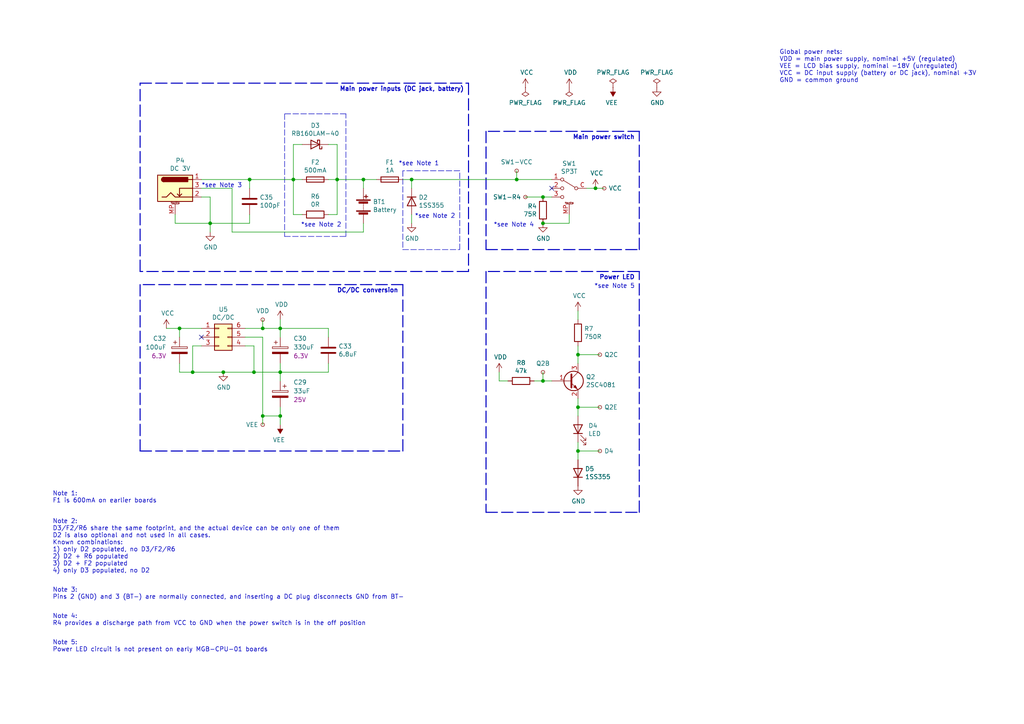
<source format=kicad_sch>
(kicad_sch (version 20211123) (generator eeschema)
  (paper "A4")
  (title_block (title "MGB-xCPU") (date "2022-01-02") (rev "C") (company "https://gekkio.fi") (comment 1 "https://github.com/gekkio/gb-schematics"))
  (lib_symbols
    (symbol "Connector:Barrel_Jack_Switch_MountingPin" (pin_names hide)
      (property "Reference" "J" (at 0 5.334 0))
      (property "Value" "Barrel_Jack_Switch_MountingPin" (at 1.27 -6.35 0))
      (symbol "Barrel_Jack_Switch_MountingPin_0_1"
        (rectangle (start -5.08 3.81) (end 5.08 -3.81) (stroke (width 0.254)) (fill (type background)))
        (arc (start -3.302 3.175) (mid -3.937 2.54) (end -3.302 1.905) (stroke (width 0.254)))
        (arc (start -3.302 3.175) (mid -3.937 2.54) (end -3.302 1.905) (stroke (width 0.254)) (fill (type outline)))
        (polyline (pts (xy 1.27 -2.286) (xy 1.905 -1.651)) (stroke (width 0.254)))
        (polyline (pts (xy 5.08 2.54) (xy 3.81 2.54)) (stroke (width 0.254)))
        (polyline (pts (xy 5.08 0) (xy 1.27 0) (xy 1.27 -2.286) (xy 0.635 -1.651)) (stroke (width 0.254)))
        (polyline (pts (xy -3.81 -2.54) (xy -2.54 -2.54) (xy -1.27 -1.27) (xy 0 -2.54) (xy 2.54 -2.54) (xy 5.08 -2.54)) (stroke (width 0.254)))
        (rectangle (start 3.683 3.175) (end -3.302 1.905) (stroke (width 0.254)) (fill (type outline)))
      )
      (symbol "Barrel_Jack_Switch_MountingPin_1_1"
        (polyline (pts (xy -1.016 -4.572) (xy 1.016 -4.572)) (stroke (width 0.1524)))
        (text "Mounting" (at 0 -4.191 0) (effects (font (size 0.381 0.381))))
        (pin passive line (at 7.62 2.54 180) (length 2.54) (name "~") (number "1"))
        (pin passive line (at 7.62 -2.54 180) (length 2.54) (name "~") (number "2"))
        (pin passive line (at 7.62 0 180) (length 2.54) (name "~") (number "3"))
        (pin passive line (at 0 -7.62 90) (length 3.048) (name "MountPin") (number "MP"))
      )
    )
    (symbol "Connector:TestPoint_Small" (pin_numbers hide) (pin_names (offset 0.762) hide)
      (property "Reference" "TP" (at 0 3.81 0))
      (property "Value" "TestPoint_Small" (at 0 2.032 0))
      (symbol "TestPoint_Small_0_1"
        (circle (center 0 0) (radius 0.508))
      )
      (symbol "TestPoint_Small_1_1"
        (pin passive line (at 0 0 90) (length 0) (name "1") (number "1"))
      )
    )
    (symbol "Connector_Generic:Conn_02x03_Counter_Clockwise" (pin_names (offset 1.016) hide)
      (property "Reference" "J" (at 1.27 5.08 0))
      (property "Value" "Conn_02x03_Counter_Clockwise" (at 1.27 -5.08 0))
      (symbol "Conn_02x03_Counter_Clockwise_1_1"
        (rectangle (start -1.27 -2.413) (end 0 -2.667) (stroke (width 0.1524)))
        (rectangle (start -1.27 0.127) (end 0 -0.127) (stroke (width 0.1524)))
        (rectangle (start -1.27 2.667) (end 0 2.413) (stroke (width 0.1524)))
        (rectangle (start -1.27 3.81) (end 3.81 -3.81) (stroke (width 0.254)) (fill (type background)))
        (rectangle (start 3.81 -2.413) (end 2.54 -2.667) (stroke (width 0.1524)))
        (rectangle (start 3.81 0.127) (end 2.54 -0.127) (stroke (width 0.1524)))
        (rectangle (start 3.81 2.667) (end 2.54 2.413) (stroke (width 0.1524)))
        (pin passive line (at -5.08 2.54 0) (length 3.81) (name "Pin_1") (number "1"))
        (pin passive line (at -5.08 0 0) (length 3.81) (name "Pin_2") (number "2"))
        (pin passive line (at -5.08 -2.54 0) (length 3.81) (name "Pin_3") (number "3"))
        (pin passive line (at 7.62 -2.54 180) (length 3.81) (name "Pin_4") (number "4"))
        (pin passive line (at 7.62 0 180) (length 3.81) (name "Pin_5") (number "5"))
        (pin passive line (at 7.62 2.54 180) (length 3.81) (name "Pin_6") (number "6"))
      )
    )
    (symbol "Device:Battery" (pin_numbers hide) (pin_names (offset 0) hide)
      (property "Reference" "BT" (at 2.54 2.54 0))
      (property "Value" "Battery" (at 2.54 0 0))
      (symbol "Battery_0_1"
        (rectangle (start -2.032 -1.397) (end 2.032 -1.651) (fill (type outline)))
        (rectangle (start -2.032 1.778) (end 2.032 1.524) (fill (type outline)))
        (rectangle (start -1.3208 -1.9812) (end 1.27 -2.4892) (fill (type outline)))
        (rectangle (start -1.3208 1.1938) (end 1.27 0.6858) (fill (type outline)))
        (polyline (pts (xy 0 -1.524) (xy 0 -1.27)))
        (polyline (pts (xy 0 -1.016) (xy 0 -0.762)))
        (polyline (pts (xy 0 -0.508) (xy 0 -0.254)))
        (polyline (pts (xy 0 0) (xy 0 0.254)))
        (polyline (pts (xy 0 0.508) (xy 0 0.762)))
        (polyline (pts (xy 0 1.778) (xy 0 2.54)))
        (polyline (pts (xy 0.254 2.667) (xy 1.27 2.667)) (stroke (width 0.254)))
        (polyline (pts (xy 0.762 3.175) (xy 0.762 2.159)) (stroke (width 0.254)))
      )
      (symbol "Battery_1_1"
        (pin passive line (at 0 5.08 270) (length 2.54) (name "+") (number "1"))
        (pin passive line (at 0 -5.08 90) (length 2.54) (name "-") (number "2"))
      )
    )
    (symbol "Device:C" (pin_numbers hide) (pin_names (offset 0.254))
      (property "Reference" "C" (at 0.635 2.54 0))
      (property "Value" "C" (at 0.635 -2.54 0))
      (symbol "C_0_1"
        (polyline (pts (xy -2.032 -0.762) (xy 2.032 -0.762)) (stroke (width 0.508)))
        (polyline (pts (xy -2.032 0.762) (xy 2.032 0.762)) (stroke (width 0.508)))
      )
      (symbol "C_1_1"
        (pin passive line (at 0 3.81 270) (length 2.794) (name "~") (number "1"))
        (pin passive line (at 0 -3.81 90) (length 2.794) (name "~") (number "2"))
      )
    )
    (symbol "Device:C_Polarized" (pin_numbers hide) (pin_names (offset 0.254))
      (property "Reference" "C" (at 0.635 2.54 0))
      (property "Value" "C_Polarized" (at 0.635 -2.54 0))
      (symbol "C_Polarized_0_1"
        (rectangle (start -2.286 0.508) (end 2.286 1.016))
        (polyline (pts (xy -1.778 2.286) (xy -0.762 2.286)))
        (polyline (pts (xy -1.27 2.794) (xy -1.27 1.778)))
        (rectangle (start 2.286 -0.508) (end -2.286 -1.016) (fill (type outline)))
      )
      (symbol "C_Polarized_1_1"
        (pin passive line (at 0 3.81 270) (length 2.794) (name "~") (number "1"))
        (pin passive line (at 0 -3.81 90) (length 2.794) (name "~") (number "2"))
      )
    )
    (symbol "Device:D" (pin_numbers hide) (pin_names (offset 1.016) hide)
      (property "Reference" "D" (at 0 2.54 0))
      (property "Value" "D" (at 0 -2.54 0))
      (symbol "D_0_1"
        (polyline (pts (xy -1.27 1.27) (xy -1.27 -1.27)) (stroke (width 0.254)))
        (polyline (pts (xy 1.27 0) (xy -1.27 0)))
        (polyline (pts (xy 1.27 1.27) (xy 1.27 -1.27) (xy -1.27 0) (xy 1.27 1.27)) (stroke (width 0.254)))
      )
      (symbol "D_1_1"
        (pin passive line (at -3.81 0 0) (length 2.54) (name "K") (number "1"))
        (pin passive line (at 3.81 0 180) (length 2.54) (name "A") (number "2"))
      )
    )
    (symbol "Device:D_Schottky" (pin_numbers hide) (pin_names (offset 1.016) hide)
      (property "Reference" "D" (at 0 2.54 0))
      (property "Value" "D_Schottky" (at 0 -2.54 0))
      (symbol "D_Schottky_0_1"
        (polyline (pts (xy 1.27 0) (xy -1.27 0)))
        (polyline (pts (xy 1.27 1.27) (xy 1.27 -1.27) (xy -1.27 0) (xy 1.27 1.27)) (stroke (width 0.254)))
        (polyline (pts (xy -1.905 0.635) (xy -1.905 1.27) (xy -1.27 1.27) (xy -1.27 -1.27) (xy -0.635 -1.27) (xy -0.635 -0.635)) (stroke (width 0.254)))
      )
      (symbol "D_Schottky_1_1"
        (pin passive line (at -3.81 0 0) (length 2.54) (name "K") (number "1"))
        (pin passive line (at 3.81 0 180) (length 2.54) (name "A") (number "2"))
      )
    )
    (symbol "Device:Fuse" (pin_numbers hide) (pin_names (offset 0))
      (property "Reference" "F" (at 2.032 0 90))
      (property "Value" "Fuse" (at -1.905 0 90))
      (symbol "Fuse_0_1"
        (rectangle (start -0.762 -2.54) (end 0.762 2.54) (stroke (width 0.254)))
        (polyline (pts (xy 0 2.54) (xy 0 -2.54)))
      )
      (symbol "Fuse_1_1"
        (pin passive line (at 0 3.81 270) (length 1.27) (name "~") (number "1"))
        (pin passive line (at 0 -3.81 90) (length 1.27) (name "~") (number "2"))
      )
    )
    (symbol "Device:LED" (pin_numbers hide) (pin_names (offset 1.016) hide)
      (property "Reference" "D" (at 0 2.54 0))
      (property "Value" "LED" (at 0 -2.54 0))
      (symbol "LED_0_1"
        (polyline (pts (xy -1.27 -1.27) (xy -1.27 1.27)) (stroke (width 0.254)))
        (polyline (pts (xy -1.27 0) (xy 1.27 0)))
        (polyline (pts (xy 1.27 -1.27) (xy 1.27 1.27) (xy -1.27 0) (xy 1.27 -1.27)) (stroke (width 0.254)))
        (polyline (pts (xy -3.048 -0.762) (xy -4.572 -2.286) (xy -3.81 -2.286) (xy -4.572 -2.286) (xy -4.572 -1.524)))
        (polyline (pts (xy -1.778 -0.762) (xy -3.302 -2.286) (xy -2.54 -2.286) (xy -3.302 -2.286) (xy -3.302 -1.524)))
      )
      (symbol "LED_1_1"
        (pin passive line (at -3.81 0 0) (length 2.54) (name "K") (number "1"))
        (pin passive line (at 3.81 0 180) (length 2.54) (name "A") (number "2"))
      )
    )
    (symbol "Device:Q_NPN_BEC" (pin_names (offset 0) hide)
      (property "Reference" "Q" (at 5.08 1.27 0))
      (property "Value" "Q_NPN_BEC" (at 5.08 -1.27 0))
      (symbol "Q_NPN_BEC_0_1"
        (polyline (pts (xy 0.635 0.635) (xy 2.54 2.54)))
        (polyline (pts (xy 0.635 -0.635) (xy 2.54 -2.54) (xy 2.54 -2.54)))
        (polyline (pts (xy 0.635 1.905) (xy 0.635 -1.905) (xy 0.635 -1.905)) (stroke (width 0.508)))
        (polyline (pts (xy 1.27 -1.778) (xy 1.778 -1.27) (xy 2.286 -2.286) (xy 1.27 -1.778) (xy 1.27 -1.778)) (fill (type outline)))
        (circle (center 1.27 0) (radius 2.8194) (stroke (width 0.254)))
      )
      (symbol "Q_NPN_BEC_1_1"
        (pin input line (at -5.08 0 0) (length 5.715) (name "B") (number "1"))
        (pin passive line (at 2.54 -5.08 90) (length 2.54) (name "E") (number "2"))
        (pin passive line (at 2.54 5.08 270) (length 2.54) (name "C") (number "3"))
      )
    )
    (symbol "Device:R" (pin_numbers hide) (pin_names (offset 0))
      (property "Reference" "R" (at 2.032 0 90))
      (property "Value" "R" (at 0 0 90))
      (symbol "R_0_1"
        (rectangle (start -1.016 -2.54) (end 1.016 2.54) (stroke (width 0.254)))
      )
      (symbol "R_1_1"
        (pin passive line (at 0 3.81 270) (length 1.27) (name "~") (number "1"))
        (pin passive line (at 0 -3.81 90) (length 1.27) (name "~") (number "2"))
      )
    )
    (symbol "Gekkio_Switch:GameBoy_SW_SP3T" (pin_names (offset 0) hide)
      (property "Reference" "SW" (at 0 5.08 0))
      (property "Value" "GameBoy_SW_SP3T" (at 0 -15.24 0))
      (symbol "GameBoy_SW_SP3T_0_1"
        (circle (center -2.032 0) (radius 0.4572))
        (polyline (pts (xy -1.651 0.254) (xy 1.651 2.286)))
        (circle (center 2.032 -2.54) (radius 0.4572))
        (circle (center 2.032 0) (radius 0.4572))
        (circle (center 2.032 2.54) (radius 0.4572))
      )
      (symbol "GameBoy_SW_SP3T_1_1"
        (polyline (pts (xy -1.016 -4.572) (xy 1.016 -4.572)) (stroke (width 0.1524)))
        (text "Mounting" (at 0 -4.191 0) (effects (font (size 0.381 0.381))))
        (pin passive line (at 5.08 2.54 180) (length 2.54) (name "1") (number "1"))
        (pin passive line (at 5.08 0 180) (length 2.54) (name "2") (number "2"))
        (pin passive line (at 5.08 -2.54 180) (length 2.54) (name "3") (number "3"))
        (pin passive line (at -5.08 0 0) (length 2.54) (name "C") (number "C"))
        (pin passive line (at 0 -7.62 90) (length 3.048) (name "~") (number "MP"))
      )
    )
    (symbol "power:GND" (power) (pin_names (offset 0))
      (property "Value" "GND" (at 0 -3.81 0))
      (symbol "GND_0_1"
        (polyline (pts (xy 0 0) (xy 0 -1.27) (xy 1.27 -1.27) (xy 0 -2.54) (xy -1.27 -1.27) (xy 0 -1.27)))
      )
      (symbol "GND_1_1"
        (pin power_in line (at 0 0 270) (length 0) hide (name "GND") (number "1"))
      )
    )
    (symbol "power:PWR_FLAG" (power) (pin_numbers hide) (pin_names (offset 0) hide)
      (property "Value" "PWR_FLAG" (at 0 3.81 0))
      (symbol "PWR_FLAG_0_0"
        (pin power_out line (at 0 0 90) (length 0) (name "pwr") (number "1"))
      )
      (symbol "PWR_FLAG_0_1"
        (polyline (pts (xy 0 0) (xy 0 1.27) (xy -1.016 1.905) (xy 0 2.54) (xy 1.016 1.905) (xy 0 1.27)))
      )
    )
    (symbol "power:VCC" (power) (pin_names (offset 0))
      (property "Value" "VCC" (at 0 3.81 0))
      (symbol "VCC_0_1"
        (polyline (pts (xy -0.762 1.27) (xy 0 2.54)))
        (polyline (pts (xy 0 0) (xy 0 2.54)))
        (polyline (pts (xy 0 2.54) (xy 0.762 1.27)))
      )
      (symbol "VCC_1_1"
        (pin power_in line (at 0 0 90) (length 0) hide (name "VCC") (number "1"))
      )
    )
    (symbol "power:VDD" (power) (pin_names (offset 0))
      (property "Value" "VDD" (at 0 3.81 0))
      (symbol "VDD_0_1"
        (polyline (pts (xy -0.762 1.27) (xy 0 2.54)))
        (polyline (pts (xy 0 0) (xy 0 2.54)))
        (polyline (pts (xy 0 2.54) (xy 0.762 1.27)))
      )
      (symbol "VDD_1_1"
        (pin power_in line (at 0 0 90) (length 0) hide (name "VDD") (number "1"))
      )
    )
    (symbol "power:VEE" (power) (pin_names (offset 0))
      (property "Value" "VEE" (at 0 3.81 0))
      (symbol "VEE_0_1"
        (polyline (pts (xy 0 0) (xy 0 2.54)))
        (polyline (pts (xy 0.762 1.27) (xy -0.762 1.27) (xy 0 2.54) (xy 0.762 1.27)) (fill (type outline)))
      )
      (symbol "VEE_1_1"
        (pin power_in line (at 0 0 90) (length 0) hide (name "VEE") (number "1"))
      )
    )
  )
  (junction (at 81.28 120.65))
  (junction (at 167.64 102.87))
  (junction (at 172.72 54.61))
  (junction (at 105.41 52.07))
  (junction (at 73.66 107.95))
  (junction (at 85.09 52.07))
  (junction (at 72.39 52.07))
  (junction (at 97.79 52.07))
  (junction (at 167.64 118.11))
  (junction (at 81.28 107.95))
  (junction (at 149.86 52.07))
  (junction (at 157.48 57.15))
  (junction (at 64.77 107.95))
  (junction (at 157.48 110.49))
  (junction (at 167.64 130.81))
  (junction (at 52.07 95.25))
  (junction (at 157.48 64.77))
  (junction (at 55.88 107.95))
  (junction (at 76.2 95.25))
  (junction (at 81.28 95.25))
  (junction (at 60.96 64.77))
  (junction (at 119.38 52.07))
  (junction (at 76.2 120.65))
  (no_connect (at 160.02 54.61))
  (no_connect (at 58.42 97.79))
  (wire (pts (xy 167.64 102.87) (xy 167.64 105.41)))
  (wire (pts (xy 95.25 41.91) (xy 97.79 41.91)))
  (wire (pts (xy 85.09 62.23) (xy 85.09 52.07)))
  (wire (pts (xy 81.28 95.25) (xy 81.28 97.79)))
  (polyline (pts (xy 140.97 38.1) (xy 140.97 72.39)) (stroke (width 0.3)))
  (polyline (pts (xy 140.97 148.59) (xy 185.42 148.59)) (stroke (width 0.3)))
  (wire (pts (xy 167.64 90.17) (xy 167.64 92.71)))
  (wire (pts (xy 52.07 105.41) (xy 52.07 107.95)))
  (polyline (pts (xy 40.64 130.81) (xy 116.84 130.81)) (stroke (width 0.3)))
  (polyline (pts (xy 185.42 38.1) (xy 140.97 38.1)) (stroke (width 0.3)))
  (polyline (pts (xy 116.84 72.39) (xy 133.35 72.39)))
  (wire (pts (xy 71.12 95.25) (xy 76.2 95.25)))
  (wire (pts (xy 58.42 57.15) (xy 60.96 57.15)))
  (wire (pts (xy 97.79 52.07) (xy 105.41 52.07)))
  (wire (pts (xy 167.64 115.57) (xy 167.64 118.11)))
  (polyline (pts (xy 133.35 49.53) (xy 116.84 49.53)))
  (wire (pts (xy 97.79 52.07) (xy 95.25 52.07)))
  (wire (pts (xy 167.64 120.65) (xy 167.64 118.11)))
  (polyline (pts (xy 140.97 72.39) (xy 185.42 72.39)) (stroke (width 0.3)))
  (polyline (pts (xy 133.35 72.39) (xy 133.35 49.53)))
  (wire (pts (xy 85.09 41.91) (xy 87.63 41.91)))
  (wire (pts (xy 72.39 52.07) (xy 85.09 52.07)))
  (polyline (pts (xy 135.89 24.13) (xy 135.89 78.74)) (stroke (width 0.3)))
  (wire (pts (xy 105.41 52.07) (xy 109.22 52.07)))
  (wire (pts (xy 149.86 49.53) (xy 149.86 52.07)))
  (wire (pts (xy 55.88 107.95) (xy 64.77 107.95)))
  (wire (pts (xy 81.28 120.65) (xy 81.28 118.11)))
  (polyline (pts (xy 140.97 78.74) (xy 140.97 148.59)) (stroke (width 0.3)))
  (wire (pts (xy 76.2 120.65) (xy 76.2 123.19)))
  (wire (pts (xy 52.07 107.95) (xy 55.88 107.95)))
  (wire (pts (xy 119.38 52.07) (xy 119.38 54.61)))
  (wire (pts (xy 173.99 130.81) (xy 167.64 130.81)))
  (wire (pts (xy 71.12 97.79) (xy 76.2 97.79)))
  (wire (pts (xy 76.2 120.65) (xy 81.28 120.65)))
  (polyline (pts (xy 116.84 130.81) (xy 116.84 82.55)) (stroke (width 0.3)))
  (wire (pts (xy 73.66 107.95) (xy 73.66 100.33)))
  (polyline (pts (xy 100.33 33.02) (xy 82.55 33.02)))
  (wire (pts (xy 72.39 52.07) (xy 72.39 54.61)))
  (wire (pts (xy 60.96 57.15) (xy 60.96 64.77)))
  (wire (pts (xy 60.96 64.77) (xy 72.39 64.77)))
  (polyline (pts (xy 185.42 78.74) (xy 140.97 78.74)) (stroke (width 0.3)))
  (wire (pts (xy 52.07 95.25) (xy 48.26 95.25)))
  (wire (pts (xy 76.2 97.79) (xy 76.2 120.65)))
  (wire (pts (xy 167.64 102.87) (xy 173.99 102.87)))
  (polyline (pts (xy 82.55 68.58) (xy 100.33 68.58)))
  (wire (pts (xy 116.84 52.07) (xy 119.38 52.07)))
  (wire (pts (xy 58.42 52.07) (xy 72.39 52.07)))
  (wire (pts (xy 165.1 64.77) (xy 165.1 62.23)))
  (wire (pts (xy 95.25 95.25) (xy 95.25 97.79)))
  (wire (pts (xy 95.25 107.95) (xy 95.25 105.41)))
  (wire (pts (xy 67.31 67.31) (xy 105.41 67.31)))
  (wire (pts (xy 157.48 107.95) (xy 157.48 110.49)))
  (wire (pts (xy 60.96 64.77) (xy 60.96 67.31)))
  (wire (pts (xy 87.63 62.23) (xy 85.09 62.23)))
  (wire (pts (xy 119.38 64.77) (xy 119.38 62.23)))
  (wire (pts (xy 157.48 64.77) (xy 165.1 64.77)))
  (wire (pts (xy 167.64 118.11) (xy 173.99 118.11)))
  (wire (pts (xy 105.41 64.77) (xy 105.41 67.31)))
  (polyline (pts (xy 185.42 72.39) (xy 185.42 38.1)) (stroke (width 0.3)))
  (wire (pts (xy 85.09 52.07) (xy 87.63 52.07)))
  (polyline (pts (xy 116.84 49.53) (xy 116.84 72.39)))
  (wire (pts (xy 76.2 95.25) (xy 81.28 95.25)))
  (wire (pts (xy 76.2 92.71) (xy 76.2 95.25)))
  (wire (pts (xy 67.31 54.61) (xy 67.31 67.31)))
  (wire (pts (xy 157.48 57.15) (xy 160.02 57.15)))
  (wire (pts (xy 81.28 120.65) (xy 81.28 123.19)))
  (wire (pts (xy 97.79 41.91) (xy 97.79 52.07)))
  (wire (pts (xy 144.78 107.95) (xy 144.78 110.49)))
  (wire (pts (xy 167.64 130.81) (xy 167.64 128.27)))
  (wire (pts (xy 72.39 64.77) (xy 72.39 62.23)))
  (wire (pts (xy 67.31 54.61) (xy 58.42 54.61)))
  (wire (pts (xy 160.02 52.07) (xy 149.86 52.07)))
  (wire (pts (xy 52.07 95.25) (xy 58.42 95.25)))
  (wire (pts (xy 157.48 110.49) (xy 160.02 110.49)))
  (polyline (pts (xy 100.33 68.58) (xy 100.33 33.02)))
  (wire (pts (xy 55.88 100.33) (xy 55.88 107.95)))
  (wire (pts (xy 167.64 100.33) (xy 167.64 102.87)))
  (wire (pts (xy 73.66 107.95) (xy 81.28 107.95)))
  (wire (pts (xy 105.41 54.61) (xy 105.41 52.07)))
  (wire (pts (xy 167.64 133.35) (xy 167.64 130.81)))
  (wire (pts (xy 58.42 100.33) (xy 55.88 100.33)))
  (wire (pts (xy 97.79 62.23) (xy 97.79 52.07)))
  (wire (pts (xy 73.66 100.33) (xy 71.12 100.33)))
  (polyline (pts (xy 135.89 78.74) (xy 40.64 78.74)) (stroke (width 0.3)))
  (wire (pts (xy 64.77 107.95) (xy 73.66 107.95)))
  (wire (pts (xy 175.26 54.61) (xy 172.72 54.61)))
  (wire (pts (xy 154.94 110.49) (xy 157.48 110.49)))
  (wire (pts (xy 95.25 62.23) (xy 97.79 62.23)))
  (wire (pts (xy 52.07 97.79) (xy 52.07 95.25)))
  (wire (pts (xy 144.78 110.49) (xy 147.32 110.49)))
  (polyline (pts (xy 40.64 24.13) (xy 135.89 24.13)) (stroke (width 0.3)))
  (wire (pts (xy 170.18 54.61) (xy 172.72 54.61)))
  (wire (pts (xy 60.96 64.77) (xy 50.8 64.77)))
  (wire (pts (xy 81.28 95.25) (xy 95.25 95.25)))
  (polyline (pts (xy 40.64 78.74) (xy 40.64 24.13)) (stroke (width 0.3)))
  (wire (pts (xy 81.28 92.71) (xy 81.28 95.25)))
  (wire (pts (xy 81.28 107.95) (xy 95.25 107.95)))
  (wire (pts (xy 85.09 52.07) (xy 85.09 41.91)))
  (polyline (pts (xy 185.42 148.59) (xy 185.42 78.74)) (stroke (width 0.3)))
  (wire (pts (xy 81.28 110.49) (xy 81.28 107.95)))
  (polyline (pts (xy 82.55 33.02) (xy 82.55 68.58)))
  (wire (pts (xy 119.38 52.07) (xy 149.86 52.07)))
  (wire (pts (xy 152.4 57.15) (xy 157.48 57.15)))
  (polyline (pts (xy 116.84 82.55) (xy 40.64 82.55)) (stroke (width 0.3)))
  (wire (pts (xy 81.28 107.95) (xy 81.28 105.41)))
  (polyline (pts (xy 40.64 82.55) (xy 40.64 130.81)) (stroke (width 0.3)))
  (wire (pts (xy 50.8 62.23) (xy 50.8 64.77)))
  (text "Note 5:\nPower LED circuit is not present on early MGB-CPU-01 boards" (at 15.24 189.23 0) (effects (font (size 1.27 1.27)) (justify left bottom)))
  (text "*see Note 2" (at 132.08 63.5 180) (effects (font (size 1.27 1.27)) (justify right bottom)))
  (text "Main power switch" (at 184.15 40.64 180) (effects (font (size 1.27 1.27) (thickness 0.254) bold) (justify right bottom)))
  (text "Note 2:\nD3/F2/R6 share the same footprint, and the actual device can be only one of them\nD2 is also optional and not used in all cases.\nKnown combinations:\n1) only D2 populated, no D3/F2/R6\n2) D2 + R6 populated\n3) D2 + F2 populated\n4) only D3 populated, no D2" (at 15.24 166.37 0) (effects (font (size 1.27 1.27)) (justify left bottom)))
  (text "*see Note 4" (at 154.94 66.04 180) (effects (font (size 1.27 1.27)) (justify right bottom)))
  (text "Main power inputs (DC jack, battery)" (at 134.62 26.67 180) (effects (font (size 1.27 1.27) (thickness 0.254) bold) (justify right bottom)))
  (text "Global power nets:\nVDD = main power supply, nominal +5V (regulated)\nVEE = LCD bias supply, nominal -18V (unregulated)\nVCC = DC input supply (battery or DC jack), nominal +3V\nGND = common ground" (at 226.06 24.13 0) (effects (font (size 1.27 1.27)) (justify left bottom)))
  (text "Note 1:\nF1 is 600mA on earlier boards" (at 15.24 146.05 0) (effects (font (size 1.27 1.27)) (justify left bottom)))
  (text "Note 3:\nPins 2 (GND) and 3 (BT-) are normally connected, and inserting a DC plug disconnects GND from BT-" (at 15.24 173.99 0) (effects (font (size 1.27 1.27)) (justify left bottom)))
  (text "Power LED" (at 184.15 81.28 180) (effects (font (size 1.27 1.27) (thickness 0.254) bold) (justify right bottom)))
  (text "*see Note 5" (at 184.15 83.82 180) (effects (font (size 1.27 1.27)) (justify right bottom)))
  (text "*see Note 1" (at 115.57 48.26 0) (effects (font (size 1.27 1.27)) (justify left bottom)))
  (text "*see Note 2" (at 99.06 66.04 180) (effects (font (size 1.27 1.27)) (justify right bottom)))
  (text "DC/DC conversion" (at 115.57 85.09 180) (effects (font (size 1.27 1.27) (thickness 0.254) bold) (justify right bottom)))
  (text "Note 4:\nR4 provides a discharge path from VCC to GND when the power switch is in the off position" (at 15.24 181.61 0) (effects (font (size 1.27 1.27)) (justify left bottom)))
  (text "*see Note 3" (at 58.42 54.61 0) (effects (font (size 1.27 1.27)) (justify left bottom)))
  (symbol (lib_id "Connector_Generic:Conn_02x03_Counter_Clockwise") (at 63.5 97.79 0) (unit 1)
    (property "Reference" "U5" (at 64.77 89.7382 0))
    (property "Value" "DC/DC" (at 64.77 92.0496 0))
  )
  (symbol (lib_id "Device:C_Polarized") (at 81.28 101.6 0) (unit 1)
    (property "Reference" "C30" (at 85.09 98.1709 0) (effects (justify left)))
    (property "Value" "330uF" (at 85.09 100.7109 0) (effects (justify left)))
    (property "Rating" "6.3V" (at 85.09 103.2509 0) (effects (justify left)))
  )
  (symbol (lib_id "power:GND") (at 64.77 107.95 0) (unit 1)
    (property "Reference" "#PWR0130" (effects hide))
    (property "Value" "GND" (at 64.897 112.3442 0))
  )
  (symbol (lib_id "Device:C") (at 95.25 101.6 0) (unit 1)
    (property "Reference" "C33" (at 98.171 100.4316 0) (effects (justify left)))
    (property "Value" "6.8uF" (at 98.171 102.743 0) (effects (justify left)))
  )
  (symbol (lib_id "Device:C_Polarized") (at 81.28 114.3 0) (mirror y) (unit 1)
    (property "Reference" "C29" (at 85.09 110.8709 0) (effects (justify right)))
    (property "Value" "33uF" (at 85.09 113.4109 0) (effects (justify right)))
    (property "Rating" "25V" (at 85.09 115.9509 0) (effects (justify right)))
  )
  (symbol (lib_id "Device:C_Polarized") (at 52.07 101.6 0) (unit 1)
    (property "Reference" "C32" (at 48.26 98.1709 0) (effects (justify right)))
    (property "Value" "100uF" (at 48.26 100.7109 0) (effects (justify right)))
    (property "Rating" "6.3V" (at 48.26 103.2509 0) (effects (justify right)))
  )
  (symbol (lib_id "power:VCC") (at 48.26 95.25 0) (unit 1)
    (property "Reference" "#PWR0131" (effects hide))
    (property "Value" "VCC" (at 48.641 90.8558 0))
  )
  (symbol (lib_id "power:VCC") (at 172.72 54.61 0) (unit 1)
    (property "Reference" "#PWR0132" (effects hide))
    (property "Value" "VCC" (at 173.101 50.2158 0))
  )
  (symbol (lib_id "power:VDD") (at 81.28 92.71 0) (unit 1)
    (property "Reference" "#PWR0133" (effects hide))
    (property "Value" "VDD" (at 81.661 88.3158 0))
  )
  (symbol (lib_id "Device:Battery") (at 105.41 59.69 0) (unit 1)
    (property "Reference" "BT1" (at 108.1532 58.5216 0) (effects (justify left)))
    (property "Value" "Battery" (at 108.1532 60.833 0) (effects (justify left)))
  )
  (symbol (lib_id "Device:Fuse") (at 113.03 52.07 270) (unit 1)
    (property "Reference" "F1" (at 113.03 47.0662 90))
    (property "Value" "1A" (at 113.03 49.3776 90))
  )
  (symbol (lib_id "Device:D_Schottky") (at 91.44 41.91 180) (unit 1)
    (property "Reference" "D3" (at 91.44 36.3982 0))
    (property "Value" "RB160LAM-40" (at 91.44 38.7096 0))
  )
  (symbol (lib_id "Device:R") (at 157.48 60.96 0) (unit 1)
    (property "Reference" "R4" (at 155.7274 59.7916 0) (effects (justify right)))
    (property "Value" "75R" (at 155.7274 62.103 0) (effects (justify right)))
  )
  (symbol (lib_id "power:GND") (at 157.48 64.77 0) (unit 1)
    (property "Reference" "#PWR0135" (effects hide))
    (property "Value" "GND" (at 157.607 69.1642 0))
  )
  (symbol (lib_id "power:VEE") (at 81.28 123.19 180) (unit 1)
    (property "Reference" "#PWR0136" (effects hide))
    (property "Value" "VEE" (at 80.899 127.5842 0))
  )
  (symbol (lib_id "Device:LED") (at 167.64 124.46 90) (unit 1)
    (property "Reference" "D4" (at 170.6372 123.4694 90) (effects (justify right)))
    (property "Value" "LED" (at 170.6372 125.7808 90) (effects (justify right)))
  )
  (symbol (lib_id "Device:D") (at 167.64 137.16 90) (unit 1)
    (property "Reference" "D5" (at 169.672 135.9916 90) (effects (justify right)))
    (property "Value" "1SS355" (at 169.672 138.303 90) (effects (justify right)))
  )
  (symbol (lib_id "power:GND") (at 167.64 140.97 0) (unit 1)
    (property "Reference" "#PWR0137" (effects hide))
    (property "Value" "GND" (at 167.767 145.3642 0))
  )
  (symbol (lib_id "Device:R") (at 151.13 110.49 270) (unit 1)
    (property "Reference" "R8" (at 151.13 105.2322 90))
    (property "Value" "47k" (at 151.13 107.5436 90))
  )
  (symbol (lib_id "power:VDD") (at 144.78 107.95 0) (unit 1)
    (property "Reference" "#PWR0138" (effects hide))
    (property "Value" "VDD" (at 145.161 103.5558 0))
  )
  (symbol (lib_id "Device:R") (at 167.64 96.52 0) (unit 1)
    (property "Reference" "R7" (at 169.418 95.3516 0) (effects (justify left)))
    (property "Value" "750R" (at 169.418 97.663 0) (effects (justify left)))
  )
  (symbol (lib_id "power:VCC") (at 167.64 90.17 0) (unit 1)
    (property "Reference" "#PWR0139" (effects hide))
    (property "Value" "VCC" (at 168.021 85.7758 0))
  )
  (symbol (lib_id "Device:Q_NPN_BEC") (at 165.1 110.49 0) (unit 1)
    (property "Reference" "Q2" (at 169.926 109.3216 0) (effects (justify left)))
    (property "Value" "2SC4081" (at 169.926 111.633 0) (effects (justify left)))
  )
  (symbol (lib_id "Gekkio_Switch:GameBoy_SW_SP3T") (at 165.1 54.61 0) (mirror y) (unit 1)
    (property "Reference" "SW1" (at 165.1 47.4218 0))
    (property "Value" "SP3T" (at 165.1 49.7332 0))
  )
  (symbol (lib_id "Device:D") (at 119.38 58.42 270) (unit 1)
    (property "Reference" "D2" (at 121.412 57.2516 90) (effects (justify left)))
    (property "Value" "1SS355" (at 121.412 59.563 90) (effects (justify left)))
  )
  (symbol (lib_id "power:GND") (at 119.38 64.77 0) (unit 1)
    (property "Reference" "#PWR0140" (effects hide))
    (property "Value" "GND" (at 119.507 69.1642 0))
  )
  (symbol (lib_id "Device:C") (at 72.39 58.42 0) (unit 1)
    (property "Reference" "C35" (at 75.311 57.2516 0) (effects (justify left)))
    (property "Value" "100pF" (at 75.311 59.563 0) (effects (justify left)))
  )
  (symbol (lib_id "Device:Fuse") (at 91.44 52.07 270) (unit 1)
    (property "Reference" "F2" (at 91.44 47.0662 90))
    (property "Value" "500mA" (at 91.44 49.3776 90))
  )
  (symbol (lib_id "Device:R") (at 91.44 62.23 270) (unit 1)
    (property "Reference" "R6" (at 91.44 56.9722 90))
    (property "Value" "0R" (at 91.44 59.2836 90))
  )
  (symbol (lib_id "Connector:Barrel_Jack_Switch_MountingPin") (at 50.8 54.61 0) (unit 1)
    (property "Reference" "P4" (at 52.2478 46.5582 0))
    (property "Value" "DC 3V" (at 52.2478 48.8696 0))
  )
  (symbol (lib_id "power:GND") (at 60.96 67.31 0) (unit 1)
    (property "Reference" "#PWR0141" (effects hide))
    (property "Value" "GND" (at 61.087 71.7042 0))
  )
  (symbol (lib_id "Connector:TestPoint_Small") (at 76.2 92.71 0) (unit 1)
    (property "Reference" "TP55" (effects hide))
    (property "Value" "VDD" (at 76.2 90.17 0))
  )
  (symbol (lib_id "Connector:TestPoint_Small") (at 76.2 123.19 0) (unit 1)
    (property "Reference" "TP56" (effects hide))
    (property "Value" "VEE" (at 74.93 123.1899 0) (effects (justify right)))
  )
  (symbol (lib_id "Connector:TestPoint_Small") (at 149.86 49.53 90) (unit 1)
    (property "Reference" "TP57" (effects hide))
    (property "Value" "SW1-VCC" (at 149.86 46.99 90))
  )
  (symbol (lib_id "Connector:TestPoint_Small") (at 152.4 57.15 180) (unit 1)
    (property "Reference" "TP58" (effects hide))
    (property "Value" "SW1-R4" (at 151.13 57.1499 0) (effects (justify left)))
  )
  (symbol (lib_id "Connector:TestPoint_Small") (at 175.26 54.61 180) (unit 1)
    (property "Reference" "TP60" (effects hide))
    (property "Value" "VCC" (at 176.53 54.6099 0) (effects (justify right)))
  )
  (symbol (lib_id "Connector:TestPoint_Small") (at 157.48 107.95 270) (unit 1)
    (property "Reference" "TP59" (effects hide))
    (property "Value" "Q2B" (at 157.48 105.41 90))
  )
  (symbol (lib_id "Connector:TestPoint_Small") (at 173.99 102.87 270) (unit 1)
    (property "Reference" "TP61" (effects hide))
    (property "Value" "Q2C" (at 175.26 102.8699 90) (effects (justify left)))
  )
  (symbol (lib_id "Connector:TestPoint_Small") (at 173.99 118.11 270) (unit 1)
    (property "Reference" "TP62" (effects hide))
    (property "Value" "Q2E" (at 175.26 118.1099 90) (effects (justify left)))
  )
  (symbol (lib_id "Connector:TestPoint_Small") (at 173.99 130.81 270) (unit 1)
    (property "Reference" "TP63" (effects hide))
    (property "Value" "D4" (at 175.26 130.8099 90) (effects (justify left)))
  )
  (symbol (lib_id "power:VCC") (at 152.4 25.4 0) (unit 1)
    (property "Reference" "#PWR0123" (effects hide))
    (property "Value" "VCC" (at 152.781 21.0058 0))
  )
  (symbol (lib_id "power:PWR_FLAG") (at 152.4 25.4 180) (unit 1)
    (property "Reference" "#FLG0101" (effects hide))
    (property "Value" "PWR_FLAG" (at 152.4 29.7942 0))
  )
  (symbol (lib_id "power:PWR_FLAG") (at 165.1 25.4 180) (unit 1)
    (property "Reference" "#FLG0102" (effects hide))
    (property "Value" "PWR_FLAG" (at 165.1 29.7942 0))
  )
  (symbol (lib_id "power:VDD") (at 165.1 25.4 0) (unit 1)
    (property "Reference" "#PWR0124" (effects hide))
    (property "Value" "VDD" (at 165.481 21.0058 0))
  )
  (symbol (lib_id "power:PWR_FLAG") (at 177.8 25.4 0) (unit 1)
    (property "Reference" "#FLG0103" (effects hide))
    (property "Value" "PWR_FLAG" (at 177.8 21.0058 0))
  )
  (symbol (lib_id "power:VEE") (at 177.8 25.4 180) (unit 1)
    (property "Reference" "#PWR0125" (effects hide))
    (property "Value" "VEE" (at 177.419 29.7942 0))
  )
  (symbol (lib_id "power:PWR_FLAG") (at 190.5 25.4 0) (unit 1)
    (property "Reference" "#FLG0104" (effects hide))
    (property "Value" "PWR_FLAG" (at 190.5 21.0058 0))
  )
  (symbol (lib_id "power:GND") (at 190.5 25.4 0) (unit 1)
    (property "Reference" "#PWR0129" (effects hide))
    (property "Value" "GND" (at 190.627 29.7942 0))
  )
)
</source>
